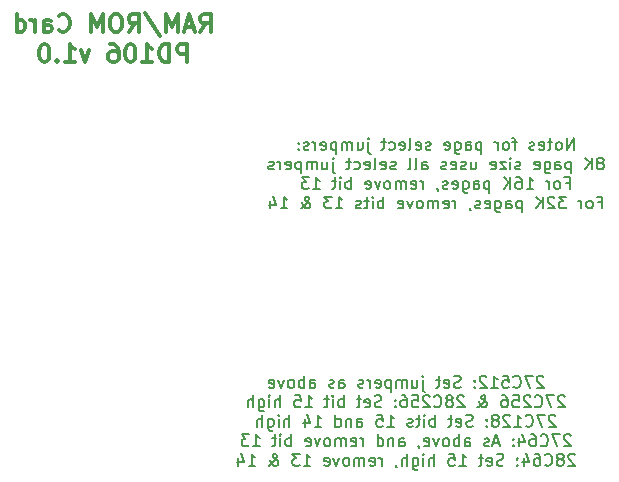
<source format=gbr>
%TF.GenerationSoftware,KiCad,Pcbnew,(5.1.9)-1*%
%TF.CreationDate,2021-01-24T02:40:07-08:00*%
%TF.ProjectId,rc-ramrom,72632d72-616d-4726-9f6d-2e6b69636164,rev?*%
%TF.SameCoordinates,PX9157080PY9071968*%
%TF.FileFunction,Legend,Bot*%
%TF.FilePolarity,Positive*%
%FSLAX46Y46*%
G04 Gerber Fmt 4.6, Leading zero omitted, Abs format (unit mm)*
G04 Created by KiCad (PCBNEW (5.1.9)-1) date 2021-01-24 02:40:07*
%MOMM*%
%LPD*%
G01*
G04 APERTURE LIST*
%ADD10C,0.300000*%
%ADD11C,0.150000*%
G04 APERTURE END LIST*
D10*
X54982142Y47281629D02*
X55482142Y47995915D01*
X55839285Y47281629D02*
X55839285Y48781629D01*
X55267857Y48781629D01*
X55125000Y48710200D01*
X55053571Y48638772D01*
X54982142Y48495915D01*
X54982142Y48281629D01*
X55053571Y48138772D01*
X55125000Y48067343D01*
X55267857Y47995915D01*
X55839285Y47995915D01*
X54410714Y47710200D02*
X53696428Y47710200D01*
X54553571Y47281629D02*
X54053571Y48781629D01*
X53553571Y47281629D01*
X53053571Y47281629D02*
X53053571Y48781629D01*
X52553571Y47710200D01*
X52053571Y48781629D01*
X52053571Y47281629D01*
X50267857Y48853058D02*
X51553571Y46924486D01*
X48910714Y47281629D02*
X49410714Y47995915D01*
X49767857Y47281629D02*
X49767857Y48781629D01*
X49196428Y48781629D01*
X49053571Y48710200D01*
X48982142Y48638772D01*
X48910714Y48495915D01*
X48910714Y48281629D01*
X48982142Y48138772D01*
X49053571Y48067343D01*
X49196428Y47995915D01*
X49767857Y47995915D01*
X47982142Y48781629D02*
X47696428Y48781629D01*
X47553571Y48710200D01*
X47410714Y48567343D01*
X47339285Y48281629D01*
X47339285Y47781629D01*
X47410714Y47495915D01*
X47553571Y47353058D01*
X47696428Y47281629D01*
X47982142Y47281629D01*
X48125000Y47353058D01*
X48267857Y47495915D01*
X48339285Y47781629D01*
X48339285Y48281629D01*
X48267857Y48567343D01*
X48125000Y48710200D01*
X47982142Y48781629D01*
X46696428Y47281629D02*
X46696428Y48781629D01*
X46196428Y47710200D01*
X45696428Y48781629D01*
X45696428Y47281629D01*
X42982142Y47424486D02*
X43053571Y47353058D01*
X43267857Y47281629D01*
X43410714Y47281629D01*
X43625000Y47353058D01*
X43767857Y47495915D01*
X43839285Y47638772D01*
X43910714Y47924486D01*
X43910714Y48138772D01*
X43839285Y48424486D01*
X43767857Y48567343D01*
X43625000Y48710200D01*
X43410714Y48781629D01*
X43267857Y48781629D01*
X43053571Y48710200D01*
X42982142Y48638772D01*
X41696428Y47281629D02*
X41696428Y48067343D01*
X41767857Y48210200D01*
X41910714Y48281629D01*
X42196428Y48281629D01*
X42339285Y48210200D01*
X41696428Y47353058D02*
X41839285Y47281629D01*
X42196428Y47281629D01*
X42339285Y47353058D01*
X42410714Y47495915D01*
X42410714Y47638772D01*
X42339285Y47781629D01*
X42196428Y47853058D01*
X41839285Y47853058D01*
X41696428Y47924486D01*
X40982142Y47281629D02*
X40982142Y48281629D01*
X40982142Y47995915D02*
X40910714Y48138772D01*
X40839285Y48210200D01*
X40696428Y48281629D01*
X40553571Y48281629D01*
X39410714Y47281629D02*
X39410714Y48781629D01*
X39410714Y47353058D02*
X39553571Y47281629D01*
X39839285Y47281629D01*
X39982142Y47353058D01*
X40053571Y47424486D01*
X40125000Y47567343D01*
X40125000Y47995915D01*
X40053571Y48138772D01*
X39982142Y48210200D01*
X39839285Y48281629D01*
X39553571Y48281629D01*
X39410714Y48210200D01*
X53839285Y44731629D02*
X53839285Y46231629D01*
X53267857Y46231629D01*
X53125000Y46160200D01*
X53053571Y46088772D01*
X52982142Y45945915D01*
X52982142Y45731629D01*
X53053571Y45588772D01*
X53125000Y45517343D01*
X53267857Y45445915D01*
X53839285Y45445915D01*
X52339285Y44731629D02*
X52339285Y46231629D01*
X51982142Y46231629D01*
X51767857Y46160200D01*
X51625000Y46017343D01*
X51553571Y45874486D01*
X51482142Y45588772D01*
X51482142Y45374486D01*
X51553571Y45088772D01*
X51625000Y44945915D01*
X51767857Y44803058D01*
X51982142Y44731629D01*
X52339285Y44731629D01*
X50053571Y44731629D02*
X50910714Y44731629D01*
X50482142Y44731629D02*
X50482142Y46231629D01*
X50625000Y46017343D01*
X50767857Y45874486D01*
X50910714Y45803058D01*
X49125000Y46231629D02*
X48982142Y46231629D01*
X48839285Y46160200D01*
X48767857Y46088772D01*
X48696428Y45945915D01*
X48625000Y45660200D01*
X48625000Y45303058D01*
X48696428Y45017343D01*
X48767857Y44874486D01*
X48839285Y44803058D01*
X48982142Y44731629D01*
X49125000Y44731629D01*
X49267857Y44803058D01*
X49339285Y44874486D01*
X49410714Y45017343D01*
X49482142Y45303058D01*
X49482142Y45660200D01*
X49410714Y45945915D01*
X49339285Y46088772D01*
X49267857Y46160200D01*
X49125000Y46231629D01*
X47339285Y46231629D02*
X47625000Y46231629D01*
X47767857Y46160200D01*
X47839285Y46088772D01*
X47982142Y45874486D01*
X48053571Y45588772D01*
X48053571Y45017343D01*
X47982142Y44874486D01*
X47910714Y44803058D01*
X47767857Y44731629D01*
X47482142Y44731629D01*
X47339285Y44803058D01*
X47267857Y44874486D01*
X47196428Y45017343D01*
X47196428Y45374486D01*
X47267857Y45517343D01*
X47339285Y45588772D01*
X47482142Y45660200D01*
X47767857Y45660200D01*
X47910714Y45588772D01*
X47982142Y45517343D01*
X48053571Y45374486D01*
X45553571Y45731629D02*
X45196428Y44731629D01*
X44839285Y45731629D01*
X43482142Y44731629D02*
X44339285Y44731629D01*
X43910714Y44731629D02*
X43910714Y46231629D01*
X44053571Y46017343D01*
X44196428Y45874486D01*
X44339285Y45803058D01*
X42839285Y44874486D02*
X42767857Y44803058D01*
X42839285Y44731629D01*
X42910714Y44803058D01*
X42839285Y44874486D01*
X42839285Y44731629D01*
X41839285Y46231629D02*
X41696428Y46231629D01*
X41553571Y46160200D01*
X41482142Y46088772D01*
X41410714Y45945915D01*
X41339285Y45660200D01*
X41339285Y45303058D01*
X41410714Y45017343D01*
X41482142Y44874486D01*
X41553571Y44803058D01*
X41696428Y44731629D01*
X41839285Y44731629D01*
X41982142Y44803058D01*
X42053571Y44874486D01*
X42125000Y45017343D01*
X42196428Y45303058D01*
X42196428Y45660200D01*
X42125000Y45945915D01*
X42053571Y46088772D01*
X41982142Y46160200D01*
X41839285Y46231629D01*
D11*
X84009047Y18052581D02*
X83961428Y18100200D01*
X83866190Y18147820D01*
X83628095Y18147820D01*
X83532857Y18100200D01*
X83485238Y18052581D01*
X83437619Y17957343D01*
X83437619Y17862105D01*
X83485238Y17719248D01*
X84056666Y17147820D01*
X83437619Y17147820D01*
X83104285Y18147820D02*
X82437619Y18147820D01*
X82866190Y17147820D01*
X81485238Y17243058D02*
X81532857Y17195439D01*
X81675714Y17147820D01*
X81770952Y17147820D01*
X81913809Y17195439D01*
X82009047Y17290677D01*
X82056666Y17385915D01*
X82104285Y17576391D01*
X82104285Y17719248D01*
X82056666Y17909724D01*
X82009047Y18004962D01*
X81913809Y18100200D01*
X81770952Y18147820D01*
X81675714Y18147820D01*
X81532857Y18100200D01*
X81485238Y18052581D01*
X80580476Y18147820D02*
X81056666Y18147820D01*
X81104285Y17671629D01*
X81056666Y17719248D01*
X80961428Y17766867D01*
X80723333Y17766867D01*
X80628095Y17719248D01*
X80580476Y17671629D01*
X80532857Y17576391D01*
X80532857Y17338296D01*
X80580476Y17243058D01*
X80628095Y17195439D01*
X80723333Y17147820D01*
X80961428Y17147820D01*
X81056666Y17195439D01*
X81104285Y17243058D01*
X79580476Y17147820D02*
X80151904Y17147820D01*
X79866190Y17147820D02*
X79866190Y18147820D01*
X79961428Y18004962D01*
X80056666Y17909724D01*
X80151904Y17862105D01*
X79199523Y18052581D02*
X79151904Y18100200D01*
X79056666Y18147820D01*
X78818571Y18147820D01*
X78723333Y18100200D01*
X78675714Y18052581D01*
X78628095Y17957343D01*
X78628095Y17862105D01*
X78675714Y17719248D01*
X79247142Y17147820D01*
X78628095Y17147820D01*
X78199523Y17243058D02*
X78151904Y17195439D01*
X78199523Y17147820D01*
X78247142Y17195439D01*
X78199523Y17243058D01*
X78199523Y17147820D01*
X78199523Y17766867D02*
X78151904Y17719248D01*
X78199523Y17671629D01*
X78247142Y17719248D01*
X78199523Y17766867D01*
X78199523Y17671629D01*
X77009047Y17195439D02*
X76866190Y17147820D01*
X76628095Y17147820D01*
X76532857Y17195439D01*
X76485238Y17243058D01*
X76437619Y17338296D01*
X76437619Y17433534D01*
X76485238Y17528772D01*
X76532857Y17576391D01*
X76628095Y17624010D01*
X76818571Y17671629D01*
X76913809Y17719248D01*
X76961428Y17766867D01*
X77009047Y17862105D01*
X77009047Y17957343D01*
X76961428Y18052581D01*
X76913809Y18100200D01*
X76818571Y18147820D01*
X76580476Y18147820D01*
X76437619Y18100200D01*
X75628095Y17195439D02*
X75723333Y17147820D01*
X75913809Y17147820D01*
X76009047Y17195439D01*
X76056666Y17290677D01*
X76056666Y17671629D01*
X76009047Y17766867D01*
X75913809Y17814486D01*
X75723333Y17814486D01*
X75628095Y17766867D01*
X75580476Y17671629D01*
X75580476Y17576391D01*
X76056666Y17481153D01*
X75294761Y17814486D02*
X74913809Y17814486D01*
X75151904Y18147820D02*
X75151904Y17290677D01*
X75104285Y17195439D01*
X75009047Y17147820D01*
X74913809Y17147820D01*
X73818571Y17814486D02*
X73818571Y16957343D01*
X73866190Y16862105D01*
X73961428Y16814486D01*
X74009047Y16814486D01*
X73818571Y18147820D02*
X73866190Y18100200D01*
X73818571Y18052581D01*
X73770952Y18100200D01*
X73818571Y18147820D01*
X73818571Y18052581D01*
X72913809Y17814486D02*
X72913809Y17147820D01*
X73342380Y17814486D02*
X73342380Y17290677D01*
X73294761Y17195439D01*
X73199523Y17147820D01*
X73056666Y17147820D01*
X72961428Y17195439D01*
X72913809Y17243058D01*
X72437619Y17147820D02*
X72437619Y17814486D01*
X72437619Y17719248D02*
X72390000Y17766867D01*
X72294761Y17814486D01*
X72151904Y17814486D01*
X72056666Y17766867D01*
X72009047Y17671629D01*
X72009047Y17147820D01*
X72009047Y17671629D02*
X71961428Y17766867D01*
X71866190Y17814486D01*
X71723333Y17814486D01*
X71628095Y17766867D01*
X71580476Y17671629D01*
X71580476Y17147820D01*
X71104285Y17814486D02*
X71104285Y16814486D01*
X71104285Y17766867D02*
X71009047Y17814486D01*
X70818571Y17814486D01*
X70723333Y17766867D01*
X70675714Y17719248D01*
X70628095Y17624010D01*
X70628095Y17338296D01*
X70675714Y17243058D01*
X70723333Y17195439D01*
X70818571Y17147820D01*
X71009047Y17147820D01*
X71104285Y17195439D01*
X69818571Y17195439D02*
X69913809Y17147820D01*
X70104285Y17147820D01*
X70199523Y17195439D01*
X70247142Y17290677D01*
X70247142Y17671629D01*
X70199523Y17766867D01*
X70104285Y17814486D01*
X69913809Y17814486D01*
X69818571Y17766867D01*
X69770952Y17671629D01*
X69770952Y17576391D01*
X70247142Y17481153D01*
X69342380Y17147820D02*
X69342380Y17814486D01*
X69342380Y17624010D02*
X69294761Y17719248D01*
X69247142Y17766867D01*
X69151904Y17814486D01*
X69056666Y17814486D01*
X68770952Y17195439D02*
X68675714Y17147820D01*
X68485238Y17147820D01*
X68390000Y17195439D01*
X68342380Y17290677D01*
X68342380Y17338296D01*
X68390000Y17433534D01*
X68485238Y17481153D01*
X68628095Y17481153D01*
X68723333Y17528772D01*
X68770952Y17624010D01*
X68770952Y17671629D01*
X68723333Y17766867D01*
X68628095Y17814486D01*
X68485238Y17814486D01*
X68390000Y17766867D01*
X66723333Y17147820D02*
X66723333Y17671629D01*
X66770952Y17766867D01*
X66866190Y17814486D01*
X67056666Y17814486D01*
X67151904Y17766867D01*
X66723333Y17195439D02*
X66818571Y17147820D01*
X67056666Y17147820D01*
X67151904Y17195439D01*
X67199523Y17290677D01*
X67199523Y17385915D01*
X67151904Y17481153D01*
X67056666Y17528772D01*
X66818571Y17528772D01*
X66723333Y17576391D01*
X66294761Y17195439D02*
X66199523Y17147820D01*
X66009047Y17147820D01*
X65913809Y17195439D01*
X65866190Y17290677D01*
X65866190Y17338296D01*
X65913809Y17433534D01*
X66009047Y17481153D01*
X66151904Y17481153D01*
X66247142Y17528772D01*
X66294761Y17624010D01*
X66294761Y17671629D01*
X66247142Y17766867D01*
X66151904Y17814486D01*
X66009047Y17814486D01*
X65913809Y17766867D01*
X64247142Y17147820D02*
X64247142Y17671629D01*
X64294761Y17766867D01*
X64390000Y17814486D01*
X64580476Y17814486D01*
X64675714Y17766867D01*
X64247142Y17195439D02*
X64342380Y17147820D01*
X64580476Y17147820D01*
X64675714Y17195439D01*
X64723333Y17290677D01*
X64723333Y17385915D01*
X64675714Y17481153D01*
X64580476Y17528772D01*
X64342380Y17528772D01*
X64247142Y17576391D01*
X63770952Y17147820D02*
X63770952Y18147820D01*
X63770952Y17766867D02*
X63675714Y17814486D01*
X63485238Y17814486D01*
X63390000Y17766867D01*
X63342380Y17719248D01*
X63294761Y17624010D01*
X63294761Y17338296D01*
X63342380Y17243058D01*
X63390000Y17195439D01*
X63485238Y17147820D01*
X63675714Y17147820D01*
X63770952Y17195439D01*
X62723333Y17147820D02*
X62818571Y17195439D01*
X62866190Y17243058D01*
X62913809Y17338296D01*
X62913809Y17624010D01*
X62866190Y17719248D01*
X62818571Y17766867D01*
X62723333Y17814486D01*
X62580476Y17814486D01*
X62485238Y17766867D01*
X62437619Y17719248D01*
X62390000Y17624010D01*
X62390000Y17338296D01*
X62437619Y17243058D01*
X62485238Y17195439D01*
X62580476Y17147820D01*
X62723333Y17147820D01*
X62056666Y17814486D02*
X61818571Y17147820D01*
X61580476Y17814486D01*
X60818571Y17195439D02*
X60913809Y17147820D01*
X61104285Y17147820D01*
X61199523Y17195439D01*
X61247142Y17290677D01*
X61247142Y17671629D01*
X61199523Y17766867D01*
X61104285Y17814486D01*
X60913809Y17814486D01*
X60818571Y17766867D01*
X60770952Y17671629D01*
X60770952Y17576391D01*
X61247142Y17481153D01*
X85818571Y16402581D02*
X85770952Y16450200D01*
X85675714Y16497820D01*
X85437619Y16497820D01*
X85342380Y16450200D01*
X85294761Y16402581D01*
X85247142Y16307343D01*
X85247142Y16212105D01*
X85294761Y16069248D01*
X85866190Y15497820D01*
X85247142Y15497820D01*
X84913809Y16497820D02*
X84247142Y16497820D01*
X84675714Y15497820D01*
X83294761Y15593058D02*
X83342380Y15545439D01*
X83485238Y15497820D01*
X83580476Y15497820D01*
X83723333Y15545439D01*
X83818571Y15640677D01*
X83866190Y15735915D01*
X83913809Y15926391D01*
X83913809Y16069248D01*
X83866190Y16259724D01*
X83818571Y16354962D01*
X83723333Y16450200D01*
X83580476Y16497820D01*
X83485238Y16497820D01*
X83342380Y16450200D01*
X83294761Y16402581D01*
X82913809Y16402581D02*
X82866190Y16450200D01*
X82770952Y16497820D01*
X82532857Y16497820D01*
X82437619Y16450200D01*
X82390000Y16402581D01*
X82342380Y16307343D01*
X82342380Y16212105D01*
X82390000Y16069248D01*
X82961428Y15497820D01*
X82342380Y15497820D01*
X81437619Y16497820D02*
X81913809Y16497820D01*
X81961428Y16021629D01*
X81913809Y16069248D01*
X81818571Y16116867D01*
X81580476Y16116867D01*
X81485238Y16069248D01*
X81437619Y16021629D01*
X81390000Y15926391D01*
X81390000Y15688296D01*
X81437619Y15593058D01*
X81485238Y15545439D01*
X81580476Y15497820D01*
X81818571Y15497820D01*
X81913809Y15545439D01*
X81961428Y15593058D01*
X80532857Y16497820D02*
X80723333Y16497820D01*
X80818571Y16450200D01*
X80866190Y16402581D01*
X80961428Y16259724D01*
X81009047Y16069248D01*
X81009047Y15688296D01*
X80961428Y15593058D01*
X80913809Y15545439D01*
X80818571Y15497820D01*
X80628095Y15497820D01*
X80532857Y15545439D01*
X80485238Y15593058D01*
X80437619Y15688296D01*
X80437619Y15926391D01*
X80485238Y16021629D01*
X80532857Y16069248D01*
X80628095Y16116867D01*
X80818571Y16116867D01*
X80913809Y16069248D01*
X80961428Y16021629D01*
X81009047Y15926391D01*
X78437619Y15497820D02*
X78485238Y15497820D01*
X78580476Y15545439D01*
X78723333Y15688296D01*
X78961428Y15974010D01*
X79056666Y16116867D01*
X79104285Y16259724D01*
X79104285Y16354962D01*
X79056666Y16450200D01*
X78961428Y16497820D01*
X78913809Y16497820D01*
X78818571Y16450200D01*
X78770952Y16354962D01*
X78770952Y16307343D01*
X78818571Y16212105D01*
X78866190Y16164486D01*
X79151904Y15974010D01*
X79199523Y15926391D01*
X79247142Y15831153D01*
X79247142Y15688296D01*
X79199523Y15593058D01*
X79151904Y15545439D01*
X79056666Y15497820D01*
X78913809Y15497820D01*
X78818571Y15545439D01*
X78770952Y15593058D01*
X78628095Y15783534D01*
X78580476Y15926391D01*
X78580476Y16021629D01*
X77294761Y16402581D02*
X77247142Y16450200D01*
X77151904Y16497820D01*
X76913809Y16497820D01*
X76818571Y16450200D01*
X76770952Y16402581D01*
X76723333Y16307343D01*
X76723333Y16212105D01*
X76770952Y16069248D01*
X77342380Y15497820D01*
X76723333Y15497820D01*
X76151904Y16069248D02*
X76247142Y16116867D01*
X76294761Y16164486D01*
X76342380Y16259724D01*
X76342380Y16307343D01*
X76294761Y16402581D01*
X76247142Y16450200D01*
X76151904Y16497820D01*
X75961428Y16497820D01*
X75866190Y16450200D01*
X75818571Y16402581D01*
X75770952Y16307343D01*
X75770952Y16259724D01*
X75818571Y16164486D01*
X75866190Y16116867D01*
X75961428Y16069248D01*
X76151904Y16069248D01*
X76247142Y16021629D01*
X76294761Y15974010D01*
X76342380Y15878772D01*
X76342380Y15688296D01*
X76294761Y15593058D01*
X76247142Y15545439D01*
X76151904Y15497820D01*
X75961428Y15497820D01*
X75866190Y15545439D01*
X75818571Y15593058D01*
X75770952Y15688296D01*
X75770952Y15878772D01*
X75818571Y15974010D01*
X75866190Y16021629D01*
X75961428Y16069248D01*
X74770952Y15593058D02*
X74818571Y15545439D01*
X74961428Y15497820D01*
X75056666Y15497820D01*
X75199523Y15545439D01*
X75294761Y15640677D01*
X75342380Y15735915D01*
X75390000Y15926391D01*
X75390000Y16069248D01*
X75342380Y16259724D01*
X75294761Y16354962D01*
X75199523Y16450200D01*
X75056666Y16497820D01*
X74961428Y16497820D01*
X74818571Y16450200D01*
X74770952Y16402581D01*
X74390000Y16402581D02*
X74342380Y16450200D01*
X74247142Y16497820D01*
X74009047Y16497820D01*
X73913809Y16450200D01*
X73866190Y16402581D01*
X73818571Y16307343D01*
X73818571Y16212105D01*
X73866190Y16069248D01*
X74437619Y15497820D01*
X73818571Y15497820D01*
X72913809Y16497820D02*
X73390000Y16497820D01*
X73437619Y16021629D01*
X73390000Y16069248D01*
X73294761Y16116867D01*
X73056666Y16116867D01*
X72961428Y16069248D01*
X72913809Y16021629D01*
X72866190Y15926391D01*
X72866190Y15688296D01*
X72913809Y15593058D01*
X72961428Y15545439D01*
X73056666Y15497820D01*
X73294761Y15497820D01*
X73390000Y15545439D01*
X73437619Y15593058D01*
X72009047Y16497820D02*
X72199523Y16497820D01*
X72294761Y16450200D01*
X72342380Y16402581D01*
X72437619Y16259724D01*
X72485238Y16069248D01*
X72485238Y15688296D01*
X72437619Y15593058D01*
X72390000Y15545439D01*
X72294761Y15497820D01*
X72104285Y15497820D01*
X72009047Y15545439D01*
X71961428Y15593058D01*
X71913809Y15688296D01*
X71913809Y15926391D01*
X71961428Y16021629D01*
X72009047Y16069248D01*
X72104285Y16116867D01*
X72294761Y16116867D01*
X72390000Y16069248D01*
X72437619Y16021629D01*
X72485238Y15926391D01*
X71485238Y15593058D02*
X71437619Y15545439D01*
X71485238Y15497820D01*
X71532857Y15545439D01*
X71485238Y15593058D01*
X71485238Y15497820D01*
X71485238Y16116867D02*
X71437619Y16069248D01*
X71485238Y16021629D01*
X71532857Y16069248D01*
X71485238Y16116867D01*
X71485238Y16021629D01*
X70294761Y15545439D02*
X70151904Y15497820D01*
X69913809Y15497820D01*
X69818571Y15545439D01*
X69770952Y15593058D01*
X69723333Y15688296D01*
X69723333Y15783534D01*
X69770952Y15878772D01*
X69818571Y15926391D01*
X69913809Y15974010D01*
X70104285Y16021629D01*
X70199523Y16069248D01*
X70247142Y16116867D01*
X70294761Y16212105D01*
X70294761Y16307343D01*
X70247142Y16402581D01*
X70199523Y16450200D01*
X70104285Y16497820D01*
X69866190Y16497820D01*
X69723333Y16450200D01*
X68913809Y15545439D02*
X69009047Y15497820D01*
X69199523Y15497820D01*
X69294761Y15545439D01*
X69342380Y15640677D01*
X69342380Y16021629D01*
X69294761Y16116867D01*
X69199523Y16164486D01*
X69009047Y16164486D01*
X68913809Y16116867D01*
X68866190Y16021629D01*
X68866190Y15926391D01*
X69342380Y15831153D01*
X68580476Y16164486D02*
X68199523Y16164486D01*
X68437619Y16497820D02*
X68437619Y15640677D01*
X68390000Y15545439D01*
X68294761Y15497820D01*
X68199523Y15497820D01*
X67104285Y15497820D02*
X67104285Y16497820D01*
X67104285Y16116867D02*
X67009047Y16164486D01*
X66818571Y16164486D01*
X66723333Y16116867D01*
X66675714Y16069248D01*
X66628095Y15974010D01*
X66628095Y15688296D01*
X66675714Y15593058D01*
X66723333Y15545439D01*
X66818571Y15497820D01*
X67009047Y15497820D01*
X67104285Y15545439D01*
X66199523Y15497820D02*
X66199523Y16164486D01*
X66199523Y16497820D02*
X66247142Y16450200D01*
X66199523Y16402581D01*
X66151904Y16450200D01*
X66199523Y16497820D01*
X66199523Y16402581D01*
X65866190Y16164486D02*
X65485238Y16164486D01*
X65723333Y16497820D02*
X65723333Y15640677D01*
X65675714Y15545439D01*
X65580476Y15497820D01*
X65485238Y15497820D01*
X63866190Y15497820D02*
X64437619Y15497820D01*
X64151904Y15497820D02*
X64151904Y16497820D01*
X64247142Y16354962D01*
X64342380Y16259724D01*
X64437619Y16212105D01*
X62961428Y16497820D02*
X63437619Y16497820D01*
X63485238Y16021629D01*
X63437619Y16069248D01*
X63342380Y16116867D01*
X63104285Y16116867D01*
X63009047Y16069248D01*
X62961428Y16021629D01*
X62913809Y15926391D01*
X62913809Y15688296D01*
X62961428Y15593058D01*
X63009047Y15545439D01*
X63104285Y15497820D01*
X63342380Y15497820D01*
X63437619Y15545439D01*
X63485238Y15593058D01*
X61723333Y15497820D02*
X61723333Y16497820D01*
X61294761Y15497820D02*
X61294761Y16021629D01*
X61342380Y16116867D01*
X61437619Y16164486D01*
X61580476Y16164486D01*
X61675714Y16116867D01*
X61723333Y16069248D01*
X60818571Y15497820D02*
X60818571Y16164486D01*
X60818571Y16497820D02*
X60866190Y16450200D01*
X60818571Y16402581D01*
X60770952Y16450200D01*
X60818571Y16497820D01*
X60818571Y16402581D01*
X59913809Y16164486D02*
X59913809Y15354962D01*
X59961428Y15259724D01*
X60009047Y15212105D01*
X60104285Y15164486D01*
X60247142Y15164486D01*
X60342380Y15212105D01*
X59913809Y15545439D02*
X60009047Y15497820D01*
X60199523Y15497820D01*
X60294761Y15545439D01*
X60342380Y15593058D01*
X60390000Y15688296D01*
X60390000Y15974010D01*
X60342380Y16069248D01*
X60294761Y16116867D01*
X60199523Y16164486D01*
X60009047Y16164486D01*
X59913809Y16116867D01*
X59437619Y15497820D02*
X59437619Y16497820D01*
X59009047Y15497820D02*
X59009047Y16021629D01*
X59056666Y16116867D01*
X59151904Y16164486D01*
X59294761Y16164486D01*
X59390000Y16116867D01*
X59437619Y16069248D01*
X85032857Y14752581D02*
X84985238Y14800200D01*
X84890000Y14847820D01*
X84651904Y14847820D01*
X84556666Y14800200D01*
X84509047Y14752581D01*
X84461428Y14657343D01*
X84461428Y14562105D01*
X84509047Y14419248D01*
X85080476Y13847820D01*
X84461428Y13847820D01*
X84128095Y14847820D02*
X83461428Y14847820D01*
X83890000Y13847820D01*
X82509047Y13943058D02*
X82556666Y13895439D01*
X82699523Y13847820D01*
X82794761Y13847820D01*
X82937619Y13895439D01*
X83032857Y13990677D01*
X83080476Y14085915D01*
X83128095Y14276391D01*
X83128095Y14419248D01*
X83080476Y14609724D01*
X83032857Y14704962D01*
X82937619Y14800200D01*
X82794761Y14847820D01*
X82699523Y14847820D01*
X82556666Y14800200D01*
X82509047Y14752581D01*
X81556666Y13847820D02*
X82128095Y13847820D01*
X81842380Y13847820D02*
X81842380Y14847820D01*
X81937619Y14704962D01*
X82032857Y14609724D01*
X82128095Y14562105D01*
X81175714Y14752581D02*
X81128095Y14800200D01*
X81032857Y14847820D01*
X80794761Y14847820D01*
X80699523Y14800200D01*
X80651904Y14752581D01*
X80604285Y14657343D01*
X80604285Y14562105D01*
X80651904Y14419248D01*
X81223333Y13847820D01*
X80604285Y13847820D01*
X80032857Y14419248D02*
X80128095Y14466867D01*
X80175714Y14514486D01*
X80223333Y14609724D01*
X80223333Y14657343D01*
X80175714Y14752581D01*
X80128095Y14800200D01*
X80032857Y14847820D01*
X79842380Y14847820D01*
X79747142Y14800200D01*
X79699523Y14752581D01*
X79651904Y14657343D01*
X79651904Y14609724D01*
X79699523Y14514486D01*
X79747142Y14466867D01*
X79842380Y14419248D01*
X80032857Y14419248D01*
X80128095Y14371629D01*
X80175714Y14324010D01*
X80223333Y14228772D01*
X80223333Y14038296D01*
X80175714Y13943058D01*
X80128095Y13895439D01*
X80032857Y13847820D01*
X79842380Y13847820D01*
X79747142Y13895439D01*
X79699523Y13943058D01*
X79651904Y14038296D01*
X79651904Y14228772D01*
X79699523Y14324010D01*
X79747142Y14371629D01*
X79842380Y14419248D01*
X79223333Y13943058D02*
X79175714Y13895439D01*
X79223333Y13847820D01*
X79270952Y13895439D01*
X79223333Y13943058D01*
X79223333Y13847820D01*
X79223333Y14466867D02*
X79175714Y14419248D01*
X79223333Y14371629D01*
X79270952Y14419248D01*
X79223333Y14466867D01*
X79223333Y14371629D01*
X78032857Y13895439D02*
X77890000Y13847820D01*
X77651904Y13847820D01*
X77556666Y13895439D01*
X77509047Y13943058D01*
X77461428Y14038296D01*
X77461428Y14133534D01*
X77509047Y14228772D01*
X77556666Y14276391D01*
X77651904Y14324010D01*
X77842380Y14371629D01*
X77937619Y14419248D01*
X77985238Y14466867D01*
X78032857Y14562105D01*
X78032857Y14657343D01*
X77985238Y14752581D01*
X77937619Y14800200D01*
X77842380Y14847820D01*
X77604285Y14847820D01*
X77461428Y14800200D01*
X76651904Y13895439D02*
X76747142Y13847820D01*
X76937619Y13847820D01*
X77032857Y13895439D01*
X77080476Y13990677D01*
X77080476Y14371629D01*
X77032857Y14466867D01*
X76937619Y14514486D01*
X76747142Y14514486D01*
X76651904Y14466867D01*
X76604285Y14371629D01*
X76604285Y14276391D01*
X77080476Y14181153D01*
X76318571Y14514486D02*
X75937619Y14514486D01*
X76175714Y14847820D02*
X76175714Y13990677D01*
X76128095Y13895439D01*
X76032857Y13847820D01*
X75937619Y13847820D01*
X74842380Y13847820D02*
X74842380Y14847820D01*
X74842380Y14466867D02*
X74747142Y14514486D01*
X74556666Y14514486D01*
X74461428Y14466867D01*
X74413809Y14419248D01*
X74366190Y14324010D01*
X74366190Y14038296D01*
X74413809Y13943058D01*
X74461428Y13895439D01*
X74556666Y13847820D01*
X74747142Y13847820D01*
X74842380Y13895439D01*
X73937619Y13847820D02*
X73937619Y14514486D01*
X73937619Y14847820D02*
X73985238Y14800200D01*
X73937619Y14752581D01*
X73890000Y14800200D01*
X73937619Y14847820D01*
X73937619Y14752581D01*
X73604285Y14514486D02*
X73223333Y14514486D01*
X73461428Y14847820D02*
X73461428Y13990677D01*
X73413809Y13895439D01*
X73318571Y13847820D01*
X73223333Y13847820D01*
X72937619Y13895439D02*
X72842380Y13847820D01*
X72651904Y13847820D01*
X72556666Y13895439D01*
X72509047Y13990677D01*
X72509047Y14038296D01*
X72556666Y14133534D01*
X72651904Y14181153D01*
X72794761Y14181153D01*
X72890000Y14228772D01*
X72937619Y14324010D01*
X72937619Y14371629D01*
X72890000Y14466867D01*
X72794761Y14514486D01*
X72651904Y14514486D01*
X72556666Y14466867D01*
X70794761Y13847820D02*
X71366190Y13847820D01*
X71080476Y13847820D02*
X71080476Y14847820D01*
X71175714Y14704962D01*
X71270952Y14609724D01*
X71366190Y14562105D01*
X69890000Y14847820D02*
X70366190Y14847820D01*
X70413809Y14371629D01*
X70366190Y14419248D01*
X70270952Y14466867D01*
X70032857Y14466867D01*
X69937619Y14419248D01*
X69890000Y14371629D01*
X69842380Y14276391D01*
X69842380Y14038296D01*
X69890000Y13943058D01*
X69937619Y13895439D01*
X70032857Y13847820D01*
X70270952Y13847820D01*
X70366190Y13895439D01*
X70413809Y13943058D01*
X68223333Y13847820D02*
X68223333Y14371629D01*
X68270952Y14466867D01*
X68366190Y14514486D01*
X68556666Y14514486D01*
X68651904Y14466867D01*
X68223333Y13895439D02*
X68318571Y13847820D01*
X68556666Y13847820D01*
X68651904Y13895439D01*
X68699523Y13990677D01*
X68699523Y14085915D01*
X68651904Y14181153D01*
X68556666Y14228772D01*
X68318571Y14228772D01*
X68223333Y14276391D01*
X67747142Y14514486D02*
X67747142Y13847820D01*
X67747142Y14419248D02*
X67699523Y14466867D01*
X67604285Y14514486D01*
X67461428Y14514486D01*
X67366190Y14466867D01*
X67318571Y14371629D01*
X67318571Y13847820D01*
X66413809Y13847820D02*
X66413809Y14847820D01*
X66413809Y13895439D02*
X66509047Y13847820D01*
X66699523Y13847820D01*
X66794761Y13895439D01*
X66842380Y13943058D01*
X66890000Y14038296D01*
X66890000Y14324010D01*
X66842380Y14419248D01*
X66794761Y14466867D01*
X66699523Y14514486D01*
X66509047Y14514486D01*
X66413809Y14466867D01*
X64651904Y13847820D02*
X65223333Y13847820D01*
X64937619Y13847820D02*
X64937619Y14847820D01*
X65032857Y14704962D01*
X65128095Y14609724D01*
X65223333Y14562105D01*
X63794761Y14514486D02*
X63794761Y13847820D01*
X64032857Y14895439D02*
X64270952Y14181153D01*
X63651904Y14181153D01*
X62509047Y13847820D02*
X62509047Y14847820D01*
X62080476Y13847820D02*
X62080476Y14371629D01*
X62128095Y14466867D01*
X62223333Y14514486D01*
X62366190Y14514486D01*
X62461428Y14466867D01*
X62509047Y14419248D01*
X61604285Y13847820D02*
X61604285Y14514486D01*
X61604285Y14847820D02*
X61651904Y14800200D01*
X61604285Y14752581D01*
X61556666Y14800200D01*
X61604285Y14847820D01*
X61604285Y14752581D01*
X60699523Y14514486D02*
X60699523Y13704962D01*
X60747142Y13609724D01*
X60794761Y13562105D01*
X60890000Y13514486D01*
X61032857Y13514486D01*
X61128095Y13562105D01*
X60699523Y13895439D02*
X60794761Y13847820D01*
X60985238Y13847820D01*
X61080476Y13895439D01*
X61128095Y13943058D01*
X61175714Y14038296D01*
X61175714Y14324010D01*
X61128095Y14419248D01*
X61080476Y14466867D01*
X60985238Y14514486D01*
X60794761Y14514486D01*
X60699523Y14466867D01*
X60223333Y13847820D02*
X60223333Y14847820D01*
X59794761Y13847820D02*
X59794761Y14371629D01*
X59842380Y14466867D01*
X59937619Y14514486D01*
X60080476Y14514486D01*
X60175714Y14466867D01*
X60223333Y14419248D01*
X86318571Y13102581D02*
X86270952Y13150200D01*
X86175714Y13197820D01*
X85937619Y13197820D01*
X85842380Y13150200D01*
X85794761Y13102581D01*
X85747142Y13007343D01*
X85747142Y12912105D01*
X85794761Y12769248D01*
X86366190Y12197820D01*
X85747142Y12197820D01*
X85413809Y13197820D02*
X84747142Y13197820D01*
X85175714Y12197820D01*
X83794761Y12293058D02*
X83842380Y12245439D01*
X83985238Y12197820D01*
X84080476Y12197820D01*
X84223333Y12245439D01*
X84318571Y12340677D01*
X84366190Y12435915D01*
X84413809Y12626391D01*
X84413809Y12769248D01*
X84366190Y12959724D01*
X84318571Y13054962D01*
X84223333Y13150200D01*
X84080476Y13197820D01*
X83985238Y13197820D01*
X83842380Y13150200D01*
X83794761Y13102581D01*
X82937619Y13197820D02*
X83128095Y13197820D01*
X83223333Y13150200D01*
X83270952Y13102581D01*
X83366190Y12959724D01*
X83413809Y12769248D01*
X83413809Y12388296D01*
X83366190Y12293058D01*
X83318571Y12245439D01*
X83223333Y12197820D01*
X83032857Y12197820D01*
X82937619Y12245439D01*
X82890000Y12293058D01*
X82842380Y12388296D01*
X82842380Y12626391D01*
X82890000Y12721629D01*
X82937619Y12769248D01*
X83032857Y12816867D01*
X83223333Y12816867D01*
X83318571Y12769248D01*
X83366190Y12721629D01*
X83413809Y12626391D01*
X81985238Y12864486D02*
X81985238Y12197820D01*
X82223333Y13245439D02*
X82461428Y12531153D01*
X81842380Y12531153D01*
X81461428Y12293058D02*
X81413809Y12245439D01*
X81461428Y12197820D01*
X81509047Y12245439D01*
X81461428Y12293058D01*
X81461428Y12197820D01*
X81461428Y12816867D02*
X81413809Y12769248D01*
X81461428Y12721629D01*
X81509047Y12769248D01*
X81461428Y12816867D01*
X81461428Y12721629D01*
X80270952Y12483534D02*
X79794761Y12483534D01*
X80366190Y12197820D02*
X80032857Y13197820D01*
X79699523Y12197820D01*
X79413809Y12245439D02*
X79318571Y12197820D01*
X79128095Y12197820D01*
X79032857Y12245439D01*
X78985238Y12340677D01*
X78985238Y12388296D01*
X79032857Y12483534D01*
X79128095Y12531153D01*
X79270952Y12531153D01*
X79366190Y12578772D01*
X79413809Y12674010D01*
X79413809Y12721629D01*
X79366190Y12816867D01*
X79270952Y12864486D01*
X79128095Y12864486D01*
X79032857Y12816867D01*
X77366190Y12197820D02*
X77366190Y12721629D01*
X77413809Y12816867D01*
X77509047Y12864486D01*
X77699523Y12864486D01*
X77794761Y12816867D01*
X77366190Y12245439D02*
X77461428Y12197820D01*
X77699523Y12197820D01*
X77794761Y12245439D01*
X77842380Y12340677D01*
X77842380Y12435915D01*
X77794761Y12531153D01*
X77699523Y12578772D01*
X77461428Y12578772D01*
X77366190Y12626391D01*
X76890000Y12197820D02*
X76890000Y13197820D01*
X76890000Y12816867D02*
X76794761Y12864486D01*
X76604285Y12864486D01*
X76509047Y12816867D01*
X76461428Y12769248D01*
X76413809Y12674010D01*
X76413809Y12388296D01*
X76461428Y12293058D01*
X76509047Y12245439D01*
X76604285Y12197820D01*
X76794761Y12197820D01*
X76890000Y12245439D01*
X75842380Y12197820D02*
X75937619Y12245439D01*
X75985238Y12293058D01*
X76032857Y12388296D01*
X76032857Y12674010D01*
X75985238Y12769248D01*
X75937619Y12816867D01*
X75842380Y12864486D01*
X75699523Y12864486D01*
X75604285Y12816867D01*
X75556666Y12769248D01*
X75509047Y12674010D01*
X75509047Y12388296D01*
X75556666Y12293058D01*
X75604285Y12245439D01*
X75699523Y12197820D01*
X75842380Y12197820D01*
X75175714Y12864486D02*
X74937619Y12197820D01*
X74699523Y12864486D01*
X73937619Y12245439D02*
X74032857Y12197820D01*
X74223333Y12197820D01*
X74318571Y12245439D01*
X74366190Y12340677D01*
X74366190Y12721629D01*
X74318571Y12816867D01*
X74223333Y12864486D01*
X74032857Y12864486D01*
X73937619Y12816867D01*
X73890000Y12721629D01*
X73890000Y12626391D01*
X74366190Y12531153D01*
X73413809Y12245439D02*
X73413809Y12197820D01*
X73461428Y12102581D01*
X73509047Y12054962D01*
X71794761Y12197820D02*
X71794761Y12721629D01*
X71842380Y12816867D01*
X71937619Y12864486D01*
X72128095Y12864486D01*
X72223333Y12816867D01*
X71794761Y12245439D02*
X71890000Y12197820D01*
X72128095Y12197820D01*
X72223333Y12245439D01*
X72270952Y12340677D01*
X72270952Y12435915D01*
X72223333Y12531153D01*
X72128095Y12578772D01*
X71890000Y12578772D01*
X71794761Y12626391D01*
X71318571Y12864486D02*
X71318571Y12197820D01*
X71318571Y12769248D02*
X71270952Y12816867D01*
X71175714Y12864486D01*
X71032857Y12864486D01*
X70937619Y12816867D01*
X70890000Y12721629D01*
X70890000Y12197820D01*
X69985238Y12197820D02*
X69985238Y13197820D01*
X69985238Y12245439D02*
X70080476Y12197820D01*
X70270952Y12197820D01*
X70366190Y12245439D01*
X70413809Y12293058D01*
X70461428Y12388296D01*
X70461428Y12674010D01*
X70413809Y12769248D01*
X70366190Y12816867D01*
X70270952Y12864486D01*
X70080476Y12864486D01*
X69985238Y12816867D01*
X68747142Y12197820D02*
X68747142Y12864486D01*
X68747142Y12674010D02*
X68699523Y12769248D01*
X68651904Y12816867D01*
X68556666Y12864486D01*
X68461428Y12864486D01*
X67747142Y12245439D02*
X67842380Y12197820D01*
X68032857Y12197820D01*
X68128095Y12245439D01*
X68175714Y12340677D01*
X68175714Y12721629D01*
X68128095Y12816867D01*
X68032857Y12864486D01*
X67842380Y12864486D01*
X67747142Y12816867D01*
X67699523Y12721629D01*
X67699523Y12626391D01*
X68175714Y12531153D01*
X67270952Y12197820D02*
X67270952Y12864486D01*
X67270952Y12769248D02*
X67223333Y12816867D01*
X67128095Y12864486D01*
X66985238Y12864486D01*
X66890000Y12816867D01*
X66842380Y12721629D01*
X66842380Y12197820D01*
X66842380Y12721629D02*
X66794761Y12816867D01*
X66699523Y12864486D01*
X66556666Y12864486D01*
X66461428Y12816867D01*
X66413809Y12721629D01*
X66413809Y12197820D01*
X65794761Y12197820D02*
X65890000Y12245439D01*
X65937619Y12293058D01*
X65985238Y12388296D01*
X65985238Y12674010D01*
X65937619Y12769248D01*
X65890000Y12816867D01*
X65794761Y12864486D01*
X65651904Y12864486D01*
X65556666Y12816867D01*
X65509047Y12769248D01*
X65461428Y12674010D01*
X65461428Y12388296D01*
X65509047Y12293058D01*
X65556666Y12245439D01*
X65651904Y12197820D01*
X65794761Y12197820D01*
X65128095Y12864486D02*
X64890000Y12197820D01*
X64651904Y12864486D01*
X63890000Y12245439D02*
X63985238Y12197820D01*
X64175714Y12197820D01*
X64270952Y12245439D01*
X64318571Y12340677D01*
X64318571Y12721629D01*
X64270952Y12816867D01*
X64175714Y12864486D01*
X63985238Y12864486D01*
X63890000Y12816867D01*
X63842380Y12721629D01*
X63842380Y12626391D01*
X64318571Y12531153D01*
X62651904Y12197820D02*
X62651904Y13197820D01*
X62651904Y12816867D02*
X62556666Y12864486D01*
X62366190Y12864486D01*
X62270952Y12816867D01*
X62223333Y12769248D01*
X62175714Y12674010D01*
X62175714Y12388296D01*
X62223333Y12293058D01*
X62270952Y12245439D01*
X62366190Y12197820D01*
X62556666Y12197820D01*
X62651904Y12245439D01*
X61747142Y12197820D02*
X61747142Y12864486D01*
X61747142Y13197820D02*
X61794761Y13150200D01*
X61747142Y13102581D01*
X61699523Y13150200D01*
X61747142Y13197820D01*
X61747142Y13102581D01*
X61413809Y12864486D02*
X61032857Y12864486D01*
X61270952Y13197820D02*
X61270952Y12340677D01*
X61223333Y12245439D01*
X61128095Y12197820D01*
X61032857Y12197820D01*
X59413809Y12197820D02*
X59985238Y12197820D01*
X59699523Y12197820D02*
X59699523Y13197820D01*
X59794761Y13054962D01*
X59890000Y12959724D01*
X59985238Y12912105D01*
X59080476Y13197820D02*
X58461428Y13197820D01*
X58794761Y12816867D01*
X58651904Y12816867D01*
X58556666Y12769248D01*
X58509047Y12721629D01*
X58461428Y12626391D01*
X58461428Y12388296D01*
X58509047Y12293058D01*
X58556666Y12245439D01*
X58651904Y12197820D01*
X58937619Y12197820D01*
X59032857Y12245439D01*
X59080476Y12293058D01*
X86675714Y11452581D02*
X86628095Y11500200D01*
X86532857Y11547820D01*
X86294761Y11547820D01*
X86199523Y11500200D01*
X86151904Y11452581D01*
X86104285Y11357343D01*
X86104285Y11262105D01*
X86151904Y11119248D01*
X86723333Y10547820D01*
X86104285Y10547820D01*
X85532857Y11119248D02*
X85628095Y11166867D01*
X85675714Y11214486D01*
X85723333Y11309724D01*
X85723333Y11357343D01*
X85675714Y11452581D01*
X85628095Y11500200D01*
X85532857Y11547820D01*
X85342380Y11547820D01*
X85247142Y11500200D01*
X85199523Y11452581D01*
X85151904Y11357343D01*
X85151904Y11309724D01*
X85199523Y11214486D01*
X85247142Y11166867D01*
X85342380Y11119248D01*
X85532857Y11119248D01*
X85628095Y11071629D01*
X85675714Y11024010D01*
X85723333Y10928772D01*
X85723333Y10738296D01*
X85675714Y10643058D01*
X85628095Y10595439D01*
X85532857Y10547820D01*
X85342380Y10547820D01*
X85247142Y10595439D01*
X85199523Y10643058D01*
X85151904Y10738296D01*
X85151904Y10928772D01*
X85199523Y11024010D01*
X85247142Y11071629D01*
X85342380Y11119248D01*
X84151904Y10643058D02*
X84199523Y10595439D01*
X84342380Y10547820D01*
X84437619Y10547820D01*
X84580476Y10595439D01*
X84675714Y10690677D01*
X84723333Y10785915D01*
X84770952Y10976391D01*
X84770952Y11119248D01*
X84723333Y11309724D01*
X84675714Y11404962D01*
X84580476Y11500200D01*
X84437619Y11547820D01*
X84342380Y11547820D01*
X84199523Y11500200D01*
X84151904Y11452581D01*
X83294761Y11547820D02*
X83485238Y11547820D01*
X83580476Y11500200D01*
X83628095Y11452581D01*
X83723333Y11309724D01*
X83770952Y11119248D01*
X83770952Y10738296D01*
X83723333Y10643058D01*
X83675714Y10595439D01*
X83580476Y10547820D01*
X83390000Y10547820D01*
X83294761Y10595439D01*
X83247142Y10643058D01*
X83199523Y10738296D01*
X83199523Y10976391D01*
X83247142Y11071629D01*
X83294761Y11119248D01*
X83390000Y11166867D01*
X83580476Y11166867D01*
X83675714Y11119248D01*
X83723333Y11071629D01*
X83770952Y10976391D01*
X82342380Y11214486D02*
X82342380Y10547820D01*
X82580476Y11595439D02*
X82818571Y10881153D01*
X82199523Y10881153D01*
X81818571Y10643058D02*
X81770952Y10595439D01*
X81818571Y10547820D01*
X81866190Y10595439D01*
X81818571Y10643058D01*
X81818571Y10547820D01*
X81818571Y11166867D02*
X81770952Y11119248D01*
X81818571Y11071629D01*
X81866190Y11119248D01*
X81818571Y11166867D01*
X81818571Y11071629D01*
X80628095Y10595439D02*
X80485238Y10547820D01*
X80247142Y10547820D01*
X80151904Y10595439D01*
X80104285Y10643058D01*
X80056666Y10738296D01*
X80056666Y10833534D01*
X80104285Y10928772D01*
X80151904Y10976391D01*
X80247142Y11024010D01*
X80437619Y11071629D01*
X80532857Y11119248D01*
X80580476Y11166867D01*
X80628095Y11262105D01*
X80628095Y11357343D01*
X80580476Y11452581D01*
X80532857Y11500200D01*
X80437619Y11547820D01*
X80199523Y11547820D01*
X80056666Y11500200D01*
X79247142Y10595439D02*
X79342380Y10547820D01*
X79532857Y10547820D01*
X79628095Y10595439D01*
X79675714Y10690677D01*
X79675714Y11071629D01*
X79628095Y11166867D01*
X79532857Y11214486D01*
X79342380Y11214486D01*
X79247142Y11166867D01*
X79199523Y11071629D01*
X79199523Y10976391D01*
X79675714Y10881153D01*
X78913809Y11214486D02*
X78532857Y11214486D01*
X78770952Y11547820D02*
X78770952Y10690677D01*
X78723333Y10595439D01*
X78628095Y10547820D01*
X78532857Y10547820D01*
X76913809Y10547820D02*
X77485238Y10547820D01*
X77199523Y10547820D02*
X77199523Y11547820D01*
X77294761Y11404962D01*
X77390000Y11309724D01*
X77485238Y11262105D01*
X76009047Y11547820D02*
X76485238Y11547820D01*
X76532857Y11071629D01*
X76485238Y11119248D01*
X76390000Y11166867D01*
X76151904Y11166867D01*
X76056666Y11119248D01*
X76009047Y11071629D01*
X75961428Y10976391D01*
X75961428Y10738296D01*
X76009047Y10643058D01*
X76056666Y10595439D01*
X76151904Y10547820D01*
X76390000Y10547820D01*
X76485238Y10595439D01*
X76532857Y10643058D01*
X74770952Y10547820D02*
X74770952Y11547820D01*
X74342380Y10547820D02*
X74342380Y11071629D01*
X74390000Y11166867D01*
X74485238Y11214486D01*
X74628095Y11214486D01*
X74723333Y11166867D01*
X74770952Y11119248D01*
X73866190Y10547820D02*
X73866190Y11214486D01*
X73866190Y11547820D02*
X73913809Y11500200D01*
X73866190Y11452581D01*
X73818571Y11500200D01*
X73866190Y11547820D01*
X73866190Y11452581D01*
X72961428Y11214486D02*
X72961428Y10404962D01*
X73009047Y10309724D01*
X73056666Y10262105D01*
X73151904Y10214486D01*
X73294761Y10214486D01*
X73390000Y10262105D01*
X72961428Y10595439D02*
X73056666Y10547820D01*
X73247142Y10547820D01*
X73342380Y10595439D01*
X73390000Y10643058D01*
X73437619Y10738296D01*
X73437619Y11024010D01*
X73390000Y11119248D01*
X73342380Y11166867D01*
X73247142Y11214486D01*
X73056666Y11214486D01*
X72961428Y11166867D01*
X72485238Y10547820D02*
X72485238Y11547820D01*
X72056666Y10547820D02*
X72056666Y11071629D01*
X72104285Y11166867D01*
X72199523Y11214486D01*
X72342380Y11214486D01*
X72437619Y11166867D01*
X72485238Y11119248D01*
X71532857Y10595439D02*
X71532857Y10547820D01*
X71580476Y10452581D01*
X71628095Y10404962D01*
X70342380Y10547820D02*
X70342380Y11214486D01*
X70342380Y11024010D02*
X70294761Y11119248D01*
X70247142Y11166867D01*
X70151904Y11214486D01*
X70056666Y11214486D01*
X69342380Y10595439D02*
X69437619Y10547820D01*
X69628095Y10547820D01*
X69723333Y10595439D01*
X69770952Y10690677D01*
X69770952Y11071629D01*
X69723333Y11166867D01*
X69628095Y11214486D01*
X69437619Y11214486D01*
X69342380Y11166867D01*
X69294761Y11071629D01*
X69294761Y10976391D01*
X69770952Y10881153D01*
X68866190Y10547820D02*
X68866190Y11214486D01*
X68866190Y11119248D02*
X68818571Y11166867D01*
X68723333Y11214486D01*
X68580476Y11214486D01*
X68485238Y11166867D01*
X68437619Y11071629D01*
X68437619Y10547820D01*
X68437619Y11071629D02*
X68390000Y11166867D01*
X68294761Y11214486D01*
X68151904Y11214486D01*
X68056666Y11166867D01*
X68009047Y11071629D01*
X68009047Y10547820D01*
X67390000Y10547820D02*
X67485238Y10595439D01*
X67532857Y10643058D01*
X67580476Y10738296D01*
X67580476Y11024010D01*
X67532857Y11119248D01*
X67485238Y11166867D01*
X67390000Y11214486D01*
X67247142Y11214486D01*
X67151904Y11166867D01*
X67104285Y11119248D01*
X67056666Y11024010D01*
X67056666Y10738296D01*
X67104285Y10643058D01*
X67151904Y10595439D01*
X67247142Y10547820D01*
X67390000Y10547820D01*
X66723333Y11214486D02*
X66485238Y10547820D01*
X66247142Y11214486D01*
X65485238Y10595439D02*
X65580476Y10547820D01*
X65770952Y10547820D01*
X65866190Y10595439D01*
X65913809Y10690677D01*
X65913809Y11071629D01*
X65866190Y11166867D01*
X65770952Y11214486D01*
X65580476Y11214486D01*
X65485238Y11166867D01*
X65437619Y11071629D01*
X65437619Y10976391D01*
X65913809Y10881153D01*
X63723333Y10547820D02*
X64294761Y10547820D01*
X64009047Y10547820D02*
X64009047Y11547820D01*
X64104285Y11404962D01*
X64199523Y11309724D01*
X64294761Y11262105D01*
X63390000Y11547820D02*
X62770952Y11547820D01*
X63104285Y11166867D01*
X62961428Y11166867D01*
X62866190Y11119248D01*
X62818571Y11071629D01*
X62770952Y10976391D01*
X62770952Y10738296D01*
X62818571Y10643058D01*
X62866190Y10595439D01*
X62961428Y10547820D01*
X63247142Y10547820D01*
X63342380Y10595439D01*
X63390000Y10643058D01*
X60770952Y10547820D02*
X60818571Y10547820D01*
X60913809Y10595439D01*
X61056666Y10738296D01*
X61294761Y11024010D01*
X61390000Y11166867D01*
X61437619Y11309724D01*
X61437619Y11404962D01*
X61390000Y11500200D01*
X61294761Y11547820D01*
X61247142Y11547820D01*
X61151904Y11500200D01*
X61104285Y11404962D01*
X61104285Y11357343D01*
X61151904Y11262105D01*
X61199523Y11214486D01*
X61485238Y11024010D01*
X61532857Y10976391D01*
X61580476Y10881153D01*
X61580476Y10738296D01*
X61532857Y10643058D01*
X61485238Y10595439D01*
X61390000Y10547820D01*
X61247142Y10547820D01*
X61151904Y10595439D01*
X61104285Y10643058D01*
X60961428Y10833534D01*
X60913809Y10976391D01*
X60913809Y11071629D01*
X59056666Y10547820D02*
X59628095Y10547820D01*
X59342380Y10547820D02*
X59342380Y11547820D01*
X59437619Y11404962D01*
X59532857Y11309724D01*
X59628095Y11262105D01*
X58199523Y11214486D02*
X58199523Y10547820D01*
X58437619Y11595439D02*
X58675714Y10881153D01*
X58056666Y10881153D01*
X86572857Y37277820D02*
X86572857Y38277820D01*
X86001428Y37277820D01*
X86001428Y38277820D01*
X85382380Y37277820D02*
X85477619Y37325439D01*
X85525238Y37373058D01*
X85572857Y37468296D01*
X85572857Y37754010D01*
X85525238Y37849248D01*
X85477619Y37896867D01*
X85382380Y37944486D01*
X85239523Y37944486D01*
X85144285Y37896867D01*
X85096666Y37849248D01*
X85049047Y37754010D01*
X85049047Y37468296D01*
X85096666Y37373058D01*
X85144285Y37325439D01*
X85239523Y37277820D01*
X85382380Y37277820D01*
X84763333Y37944486D02*
X84382380Y37944486D01*
X84620476Y38277820D02*
X84620476Y37420677D01*
X84572857Y37325439D01*
X84477619Y37277820D01*
X84382380Y37277820D01*
X83668095Y37325439D02*
X83763333Y37277820D01*
X83953809Y37277820D01*
X84049047Y37325439D01*
X84096666Y37420677D01*
X84096666Y37801629D01*
X84049047Y37896867D01*
X83953809Y37944486D01*
X83763333Y37944486D01*
X83668095Y37896867D01*
X83620476Y37801629D01*
X83620476Y37706391D01*
X84096666Y37611153D01*
X83239523Y37325439D02*
X83144285Y37277820D01*
X82953809Y37277820D01*
X82858571Y37325439D01*
X82810952Y37420677D01*
X82810952Y37468296D01*
X82858571Y37563534D01*
X82953809Y37611153D01*
X83096666Y37611153D01*
X83191904Y37658772D01*
X83239523Y37754010D01*
X83239523Y37801629D01*
X83191904Y37896867D01*
X83096666Y37944486D01*
X82953809Y37944486D01*
X82858571Y37896867D01*
X81763333Y37944486D02*
X81382380Y37944486D01*
X81620476Y37277820D02*
X81620476Y38134962D01*
X81572857Y38230200D01*
X81477619Y38277820D01*
X81382380Y38277820D01*
X80906190Y37277820D02*
X81001428Y37325439D01*
X81049047Y37373058D01*
X81096666Y37468296D01*
X81096666Y37754010D01*
X81049047Y37849248D01*
X81001428Y37896867D01*
X80906190Y37944486D01*
X80763333Y37944486D01*
X80668095Y37896867D01*
X80620476Y37849248D01*
X80572857Y37754010D01*
X80572857Y37468296D01*
X80620476Y37373058D01*
X80668095Y37325439D01*
X80763333Y37277820D01*
X80906190Y37277820D01*
X80144285Y37277820D02*
X80144285Y37944486D01*
X80144285Y37754010D02*
X80096666Y37849248D01*
X80049047Y37896867D01*
X79953809Y37944486D01*
X79858571Y37944486D01*
X78763333Y37944486D02*
X78763333Y36944486D01*
X78763333Y37896867D02*
X78668095Y37944486D01*
X78477619Y37944486D01*
X78382380Y37896867D01*
X78334761Y37849248D01*
X78287142Y37754010D01*
X78287142Y37468296D01*
X78334761Y37373058D01*
X78382380Y37325439D01*
X78477619Y37277820D01*
X78668095Y37277820D01*
X78763333Y37325439D01*
X77430000Y37277820D02*
X77430000Y37801629D01*
X77477619Y37896867D01*
X77572857Y37944486D01*
X77763333Y37944486D01*
X77858571Y37896867D01*
X77430000Y37325439D02*
X77525238Y37277820D01*
X77763333Y37277820D01*
X77858571Y37325439D01*
X77906190Y37420677D01*
X77906190Y37515915D01*
X77858571Y37611153D01*
X77763333Y37658772D01*
X77525238Y37658772D01*
X77430000Y37706391D01*
X76525238Y37944486D02*
X76525238Y37134962D01*
X76572857Y37039724D01*
X76620476Y36992105D01*
X76715714Y36944486D01*
X76858571Y36944486D01*
X76953809Y36992105D01*
X76525238Y37325439D02*
X76620476Y37277820D01*
X76810952Y37277820D01*
X76906190Y37325439D01*
X76953809Y37373058D01*
X77001428Y37468296D01*
X77001428Y37754010D01*
X76953809Y37849248D01*
X76906190Y37896867D01*
X76810952Y37944486D01*
X76620476Y37944486D01*
X76525238Y37896867D01*
X75668095Y37325439D02*
X75763333Y37277820D01*
X75953809Y37277820D01*
X76049047Y37325439D01*
X76096666Y37420677D01*
X76096666Y37801629D01*
X76049047Y37896867D01*
X75953809Y37944486D01*
X75763333Y37944486D01*
X75668095Y37896867D01*
X75620476Y37801629D01*
X75620476Y37706391D01*
X76096666Y37611153D01*
X74477619Y37325439D02*
X74382380Y37277820D01*
X74191904Y37277820D01*
X74096666Y37325439D01*
X74049047Y37420677D01*
X74049047Y37468296D01*
X74096666Y37563534D01*
X74191904Y37611153D01*
X74334761Y37611153D01*
X74430000Y37658772D01*
X74477619Y37754010D01*
X74477619Y37801629D01*
X74430000Y37896867D01*
X74334761Y37944486D01*
X74191904Y37944486D01*
X74096666Y37896867D01*
X73239523Y37325439D02*
X73334761Y37277820D01*
X73525238Y37277820D01*
X73620476Y37325439D01*
X73668095Y37420677D01*
X73668095Y37801629D01*
X73620476Y37896867D01*
X73525238Y37944486D01*
X73334761Y37944486D01*
X73239523Y37896867D01*
X73191904Y37801629D01*
X73191904Y37706391D01*
X73668095Y37611153D01*
X72620476Y37277820D02*
X72715714Y37325439D01*
X72763333Y37420677D01*
X72763333Y38277820D01*
X71858571Y37325439D02*
X71953809Y37277820D01*
X72144285Y37277820D01*
X72239523Y37325439D01*
X72287142Y37420677D01*
X72287142Y37801629D01*
X72239523Y37896867D01*
X72144285Y37944486D01*
X71953809Y37944486D01*
X71858571Y37896867D01*
X71810952Y37801629D01*
X71810952Y37706391D01*
X72287142Y37611153D01*
X70953809Y37325439D02*
X71049047Y37277820D01*
X71239523Y37277820D01*
X71334761Y37325439D01*
X71382380Y37373058D01*
X71430000Y37468296D01*
X71430000Y37754010D01*
X71382380Y37849248D01*
X71334761Y37896867D01*
X71239523Y37944486D01*
X71049047Y37944486D01*
X70953809Y37896867D01*
X70668095Y37944486D02*
X70287142Y37944486D01*
X70525238Y38277820D02*
X70525238Y37420677D01*
X70477619Y37325439D01*
X70382380Y37277820D01*
X70287142Y37277820D01*
X69191904Y37944486D02*
X69191904Y37087343D01*
X69239523Y36992105D01*
X69334761Y36944486D01*
X69382380Y36944486D01*
X69191904Y38277820D02*
X69239523Y38230200D01*
X69191904Y38182581D01*
X69144285Y38230200D01*
X69191904Y38277820D01*
X69191904Y38182581D01*
X68287142Y37944486D02*
X68287142Y37277820D01*
X68715714Y37944486D02*
X68715714Y37420677D01*
X68668095Y37325439D01*
X68572857Y37277820D01*
X68430000Y37277820D01*
X68334761Y37325439D01*
X68287142Y37373058D01*
X67810952Y37277820D02*
X67810952Y37944486D01*
X67810952Y37849248D02*
X67763333Y37896867D01*
X67668095Y37944486D01*
X67525238Y37944486D01*
X67430000Y37896867D01*
X67382380Y37801629D01*
X67382380Y37277820D01*
X67382380Y37801629D02*
X67334761Y37896867D01*
X67239523Y37944486D01*
X67096666Y37944486D01*
X67001428Y37896867D01*
X66953809Y37801629D01*
X66953809Y37277820D01*
X66477619Y37944486D02*
X66477619Y36944486D01*
X66477619Y37896867D02*
X66382380Y37944486D01*
X66191904Y37944486D01*
X66096666Y37896867D01*
X66049047Y37849248D01*
X66001428Y37754010D01*
X66001428Y37468296D01*
X66049047Y37373058D01*
X66096666Y37325439D01*
X66191904Y37277820D01*
X66382380Y37277820D01*
X66477619Y37325439D01*
X65191904Y37325439D02*
X65287142Y37277820D01*
X65477619Y37277820D01*
X65572857Y37325439D01*
X65620476Y37420677D01*
X65620476Y37801629D01*
X65572857Y37896867D01*
X65477619Y37944486D01*
X65287142Y37944486D01*
X65191904Y37896867D01*
X65144285Y37801629D01*
X65144285Y37706391D01*
X65620476Y37611153D01*
X64715714Y37277820D02*
X64715714Y37944486D01*
X64715714Y37754010D02*
X64668095Y37849248D01*
X64620476Y37896867D01*
X64525238Y37944486D01*
X64430000Y37944486D01*
X64144285Y37325439D02*
X64049047Y37277820D01*
X63858571Y37277820D01*
X63763333Y37325439D01*
X63715714Y37420677D01*
X63715714Y37468296D01*
X63763333Y37563534D01*
X63858571Y37611153D01*
X64001428Y37611153D01*
X64096666Y37658772D01*
X64144285Y37754010D01*
X64144285Y37801629D01*
X64096666Y37896867D01*
X64001428Y37944486D01*
X63858571Y37944486D01*
X63763333Y37896867D01*
X63287142Y37373058D02*
X63239523Y37325439D01*
X63287142Y37277820D01*
X63334761Y37325439D01*
X63287142Y37373058D01*
X63287142Y37277820D01*
X63287142Y37896867D02*
X63239523Y37849248D01*
X63287142Y37801629D01*
X63334761Y37849248D01*
X63287142Y37896867D01*
X63287142Y37801629D01*
X88930000Y36199248D02*
X89025238Y36246867D01*
X89072857Y36294486D01*
X89120476Y36389724D01*
X89120476Y36437343D01*
X89072857Y36532581D01*
X89025238Y36580200D01*
X88930000Y36627820D01*
X88739523Y36627820D01*
X88644285Y36580200D01*
X88596666Y36532581D01*
X88549047Y36437343D01*
X88549047Y36389724D01*
X88596666Y36294486D01*
X88644285Y36246867D01*
X88739523Y36199248D01*
X88930000Y36199248D01*
X89025238Y36151629D01*
X89072857Y36104010D01*
X89120476Y36008772D01*
X89120476Y35818296D01*
X89072857Y35723058D01*
X89025238Y35675439D01*
X88930000Y35627820D01*
X88739523Y35627820D01*
X88644285Y35675439D01*
X88596666Y35723058D01*
X88549047Y35818296D01*
X88549047Y36008772D01*
X88596666Y36104010D01*
X88644285Y36151629D01*
X88739523Y36199248D01*
X88120476Y35627820D02*
X88120476Y36627820D01*
X87549047Y35627820D02*
X87977619Y36199248D01*
X87549047Y36627820D02*
X88120476Y36056391D01*
X86358571Y36294486D02*
X86358571Y35294486D01*
X86358571Y36246867D02*
X86263333Y36294486D01*
X86072857Y36294486D01*
X85977619Y36246867D01*
X85930000Y36199248D01*
X85882380Y36104010D01*
X85882380Y35818296D01*
X85930000Y35723058D01*
X85977619Y35675439D01*
X86072857Y35627820D01*
X86263333Y35627820D01*
X86358571Y35675439D01*
X85025238Y35627820D02*
X85025238Y36151629D01*
X85072857Y36246867D01*
X85168095Y36294486D01*
X85358571Y36294486D01*
X85453809Y36246867D01*
X85025238Y35675439D02*
X85120476Y35627820D01*
X85358571Y35627820D01*
X85453809Y35675439D01*
X85501428Y35770677D01*
X85501428Y35865915D01*
X85453809Y35961153D01*
X85358571Y36008772D01*
X85120476Y36008772D01*
X85025238Y36056391D01*
X84120476Y36294486D02*
X84120476Y35484962D01*
X84168095Y35389724D01*
X84215714Y35342105D01*
X84310952Y35294486D01*
X84453809Y35294486D01*
X84549047Y35342105D01*
X84120476Y35675439D02*
X84215714Y35627820D01*
X84406190Y35627820D01*
X84501428Y35675439D01*
X84549047Y35723058D01*
X84596666Y35818296D01*
X84596666Y36104010D01*
X84549047Y36199248D01*
X84501428Y36246867D01*
X84406190Y36294486D01*
X84215714Y36294486D01*
X84120476Y36246867D01*
X83263333Y35675439D02*
X83358571Y35627820D01*
X83549047Y35627820D01*
X83644285Y35675439D01*
X83691904Y35770677D01*
X83691904Y36151629D01*
X83644285Y36246867D01*
X83549047Y36294486D01*
X83358571Y36294486D01*
X83263333Y36246867D01*
X83215714Y36151629D01*
X83215714Y36056391D01*
X83691904Y35961153D01*
X82072857Y35675439D02*
X81977619Y35627820D01*
X81787142Y35627820D01*
X81691904Y35675439D01*
X81644285Y35770677D01*
X81644285Y35818296D01*
X81691904Y35913534D01*
X81787142Y35961153D01*
X81930000Y35961153D01*
X82025238Y36008772D01*
X82072857Y36104010D01*
X82072857Y36151629D01*
X82025238Y36246867D01*
X81930000Y36294486D01*
X81787142Y36294486D01*
X81691904Y36246867D01*
X81215714Y35627820D02*
X81215714Y36294486D01*
X81215714Y36627820D02*
X81263333Y36580200D01*
X81215714Y36532581D01*
X81168095Y36580200D01*
X81215714Y36627820D01*
X81215714Y36532581D01*
X80834761Y36294486D02*
X80310952Y36294486D01*
X80834761Y35627820D01*
X80310952Y35627820D01*
X79549047Y35675439D02*
X79644285Y35627820D01*
X79834761Y35627820D01*
X79930000Y35675439D01*
X79977619Y35770677D01*
X79977619Y36151629D01*
X79930000Y36246867D01*
X79834761Y36294486D01*
X79644285Y36294486D01*
X79549047Y36246867D01*
X79501428Y36151629D01*
X79501428Y36056391D01*
X79977619Y35961153D01*
X77882380Y36294486D02*
X77882380Y35627820D01*
X78310952Y36294486D02*
X78310952Y35770677D01*
X78263333Y35675439D01*
X78168095Y35627820D01*
X78025238Y35627820D01*
X77930000Y35675439D01*
X77882380Y35723058D01*
X77453809Y35675439D02*
X77358571Y35627820D01*
X77168095Y35627820D01*
X77072857Y35675439D01*
X77025238Y35770677D01*
X77025238Y35818296D01*
X77072857Y35913534D01*
X77168095Y35961153D01*
X77310952Y35961153D01*
X77406190Y36008772D01*
X77453809Y36104010D01*
X77453809Y36151629D01*
X77406190Y36246867D01*
X77310952Y36294486D01*
X77168095Y36294486D01*
X77072857Y36246867D01*
X76215714Y35675439D02*
X76310952Y35627820D01*
X76501428Y35627820D01*
X76596666Y35675439D01*
X76644285Y35770677D01*
X76644285Y36151629D01*
X76596666Y36246867D01*
X76501428Y36294486D01*
X76310952Y36294486D01*
X76215714Y36246867D01*
X76168095Y36151629D01*
X76168095Y36056391D01*
X76644285Y35961153D01*
X75787142Y35675439D02*
X75691904Y35627820D01*
X75501428Y35627820D01*
X75406190Y35675439D01*
X75358571Y35770677D01*
X75358571Y35818296D01*
X75406190Y35913534D01*
X75501428Y35961153D01*
X75644285Y35961153D01*
X75739523Y36008772D01*
X75787142Y36104010D01*
X75787142Y36151629D01*
X75739523Y36246867D01*
X75644285Y36294486D01*
X75501428Y36294486D01*
X75406190Y36246867D01*
X73739523Y35627820D02*
X73739523Y36151629D01*
X73787142Y36246867D01*
X73882380Y36294486D01*
X74072857Y36294486D01*
X74168095Y36246867D01*
X73739523Y35675439D02*
X73834761Y35627820D01*
X74072857Y35627820D01*
X74168095Y35675439D01*
X74215714Y35770677D01*
X74215714Y35865915D01*
X74168095Y35961153D01*
X74072857Y36008772D01*
X73834761Y36008772D01*
X73739523Y36056391D01*
X73120476Y35627820D02*
X73215714Y35675439D01*
X73263333Y35770677D01*
X73263333Y36627820D01*
X72596666Y35627820D02*
X72691904Y35675439D01*
X72739523Y35770677D01*
X72739523Y36627820D01*
X71501428Y35675439D02*
X71406190Y35627820D01*
X71215714Y35627820D01*
X71120476Y35675439D01*
X71072857Y35770677D01*
X71072857Y35818296D01*
X71120476Y35913534D01*
X71215714Y35961153D01*
X71358571Y35961153D01*
X71453809Y36008772D01*
X71501428Y36104010D01*
X71501428Y36151629D01*
X71453809Y36246867D01*
X71358571Y36294486D01*
X71215714Y36294486D01*
X71120476Y36246867D01*
X70263333Y35675439D02*
X70358571Y35627820D01*
X70549047Y35627820D01*
X70644285Y35675439D01*
X70691904Y35770677D01*
X70691904Y36151629D01*
X70644285Y36246867D01*
X70549047Y36294486D01*
X70358571Y36294486D01*
X70263333Y36246867D01*
X70215714Y36151629D01*
X70215714Y36056391D01*
X70691904Y35961153D01*
X69644285Y35627820D02*
X69739523Y35675439D01*
X69787142Y35770677D01*
X69787142Y36627820D01*
X68882380Y35675439D02*
X68977619Y35627820D01*
X69168095Y35627820D01*
X69263333Y35675439D01*
X69310952Y35770677D01*
X69310952Y36151629D01*
X69263333Y36246867D01*
X69168095Y36294486D01*
X68977619Y36294486D01*
X68882380Y36246867D01*
X68834761Y36151629D01*
X68834761Y36056391D01*
X69310952Y35961153D01*
X67977619Y35675439D02*
X68072857Y35627820D01*
X68263333Y35627820D01*
X68358571Y35675439D01*
X68406190Y35723058D01*
X68453809Y35818296D01*
X68453809Y36104010D01*
X68406190Y36199248D01*
X68358571Y36246867D01*
X68263333Y36294486D01*
X68072857Y36294486D01*
X67977619Y36246867D01*
X67691904Y36294486D02*
X67310952Y36294486D01*
X67549047Y36627820D02*
X67549047Y35770677D01*
X67501428Y35675439D01*
X67406190Y35627820D01*
X67310952Y35627820D01*
X66215714Y36294486D02*
X66215714Y35437343D01*
X66263333Y35342105D01*
X66358571Y35294486D01*
X66406190Y35294486D01*
X66215714Y36627820D02*
X66263333Y36580200D01*
X66215714Y36532581D01*
X66168095Y36580200D01*
X66215714Y36627820D01*
X66215714Y36532581D01*
X65310952Y36294486D02*
X65310952Y35627820D01*
X65739523Y36294486D02*
X65739523Y35770677D01*
X65691904Y35675439D01*
X65596666Y35627820D01*
X65453809Y35627820D01*
X65358571Y35675439D01*
X65310952Y35723058D01*
X64834761Y35627820D02*
X64834761Y36294486D01*
X64834761Y36199248D02*
X64787142Y36246867D01*
X64691904Y36294486D01*
X64549047Y36294486D01*
X64453809Y36246867D01*
X64406190Y36151629D01*
X64406190Y35627820D01*
X64406190Y36151629D02*
X64358571Y36246867D01*
X64263333Y36294486D01*
X64120476Y36294486D01*
X64025238Y36246867D01*
X63977619Y36151629D01*
X63977619Y35627820D01*
X63501428Y36294486D02*
X63501428Y35294486D01*
X63501428Y36246867D02*
X63406190Y36294486D01*
X63215714Y36294486D01*
X63120476Y36246867D01*
X63072857Y36199248D01*
X63025238Y36104010D01*
X63025238Y35818296D01*
X63072857Y35723058D01*
X63120476Y35675439D01*
X63215714Y35627820D01*
X63406190Y35627820D01*
X63501428Y35675439D01*
X62215714Y35675439D02*
X62310952Y35627820D01*
X62501428Y35627820D01*
X62596666Y35675439D01*
X62644285Y35770677D01*
X62644285Y36151629D01*
X62596666Y36246867D01*
X62501428Y36294486D01*
X62310952Y36294486D01*
X62215714Y36246867D01*
X62168095Y36151629D01*
X62168095Y36056391D01*
X62644285Y35961153D01*
X61739523Y35627820D02*
X61739523Y36294486D01*
X61739523Y36104010D02*
X61691904Y36199248D01*
X61644285Y36246867D01*
X61549047Y36294486D01*
X61453809Y36294486D01*
X61168095Y35675439D02*
X61072857Y35627820D01*
X60882380Y35627820D01*
X60787142Y35675439D01*
X60739523Y35770677D01*
X60739523Y35818296D01*
X60787142Y35913534D01*
X60882380Y35961153D01*
X61025238Y35961153D01*
X61120476Y36008772D01*
X61168095Y36104010D01*
X61168095Y36151629D01*
X61120476Y36246867D01*
X61025238Y36294486D01*
X60882380Y36294486D01*
X60787142Y36246867D01*
X85930000Y34501629D02*
X86263333Y34501629D01*
X86263333Y33977820D02*
X86263333Y34977820D01*
X85787142Y34977820D01*
X85263333Y33977820D02*
X85358571Y34025439D01*
X85406190Y34073058D01*
X85453809Y34168296D01*
X85453809Y34454010D01*
X85406190Y34549248D01*
X85358571Y34596867D01*
X85263333Y34644486D01*
X85120476Y34644486D01*
X85025238Y34596867D01*
X84977619Y34549248D01*
X84930000Y34454010D01*
X84930000Y34168296D01*
X84977619Y34073058D01*
X85025238Y34025439D01*
X85120476Y33977820D01*
X85263333Y33977820D01*
X84501428Y33977820D02*
X84501428Y34644486D01*
X84501428Y34454010D02*
X84453809Y34549248D01*
X84406190Y34596867D01*
X84310952Y34644486D01*
X84215714Y34644486D01*
X82596666Y33977820D02*
X83168095Y33977820D01*
X82882380Y33977820D02*
X82882380Y34977820D01*
X82977619Y34834962D01*
X83072857Y34739724D01*
X83168095Y34692105D01*
X81739523Y34977820D02*
X81930000Y34977820D01*
X82025238Y34930200D01*
X82072857Y34882581D01*
X82168095Y34739724D01*
X82215714Y34549248D01*
X82215714Y34168296D01*
X82168095Y34073058D01*
X82120476Y34025439D01*
X82025238Y33977820D01*
X81834761Y33977820D01*
X81739523Y34025439D01*
X81691904Y34073058D01*
X81644285Y34168296D01*
X81644285Y34406391D01*
X81691904Y34501629D01*
X81739523Y34549248D01*
X81834761Y34596867D01*
X82025238Y34596867D01*
X82120476Y34549248D01*
X82168095Y34501629D01*
X82215714Y34406391D01*
X81215714Y33977820D02*
X81215714Y34977820D01*
X80644285Y33977820D02*
X81072857Y34549248D01*
X80644285Y34977820D02*
X81215714Y34406391D01*
X79453809Y34644486D02*
X79453809Y33644486D01*
X79453809Y34596867D02*
X79358571Y34644486D01*
X79168095Y34644486D01*
X79072857Y34596867D01*
X79025238Y34549248D01*
X78977619Y34454010D01*
X78977619Y34168296D01*
X79025238Y34073058D01*
X79072857Y34025439D01*
X79168095Y33977820D01*
X79358571Y33977820D01*
X79453809Y34025439D01*
X78120476Y33977820D02*
X78120476Y34501629D01*
X78168095Y34596867D01*
X78263333Y34644486D01*
X78453809Y34644486D01*
X78549047Y34596867D01*
X78120476Y34025439D02*
X78215714Y33977820D01*
X78453809Y33977820D01*
X78549047Y34025439D01*
X78596666Y34120677D01*
X78596666Y34215915D01*
X78549047Y34311153D01*
X78453809Y34358772D01*
X78215714Y34358772D01*
X78120476Y34406391D01*
X77215714Y34644486D02*
X77215714Y33834962D01*
X77263333Y33739724D01*
X77310952Y33692105D01*
X77406190Y33644486D01*
X77549047Y33644486D01*
X77644285Y33692105D01*
X77215714Y34025439D02*
X77310952Y33977820D01*
X77501428Y33977820D01*
X77596666Y34025439D01*
X77644285Y34073058D01*
X77691904Y34168296D01*
X77691904Y34454010D01*
X77644285Y34549248D01*
X77596666Y34596867D01*
X77501428Y34644486D01*
X77310952Y34644486D01*
X77215714Y34596867D01*
X76358571Y34025439D02*
X76453809Y33977820D01*
X76644285Y33977820D01*
X76739523Y34025439D01*
X76787142Y34120677D01*
X76787142Y34501629D01*
X76739523Y34596867D01*
X76644285Y34644486D01*
X76453809Y34644486D01*
X76358571Y34596867D01*
X76310952Y34501629D01*
X76310952Y34406391D01*
X76787142Y34311153D01*
X75930000Y34025439D02*
X75834761Y33977820D01*
X75644285Y33977820D01*
X75549047Y34025439D01*
X75501428Y34120677D01*
X75501428Y34168296D01*
X75549047Y34263534D01*
X75644285Y34311153D01*
X75787142Y34311153D01*
X75882380Y34358772D01*
X75930000Y34454010D01*
X75930000Y34501629D01*
X75882380Y34596867D01*
X75787142Y34644486D01*
X75644285Y34644486D01*
X75549047Y34596867D01*
X75025238Y34025439D02*
X75025238Y33977820D01*
X75072857Y33882581D01*
X75120476Y33834962D01*
X73834761Y33977820D02*
X73834761Y34644486D01*
X73834761Y34454010D02*
X73787142Y34549248D01*
X73739523Y34596867D01*
X73644285Y34644486D01*
X73549047Y34644486D01*
X72834761Y34025439D02*
X72930000Y33977820D01*
X73120476Y33977820D01*
X73215714Y34025439D01*
X73263333Y34120677D01*
X73263333Y34501629D01*
X73215714Y34596867D01*
X73120476Y34644486D01*
X72930000Y34644486D01*
X72834761Y34596867D01*
X72787142Y34501629D01*
X72787142Y34406391D01*
X73263333Y34311153D01*
X72358571Y33977820D02*
X72358571Y34644486D01*
X72358571Y34549248D02*
X72310952Y34596867D01*
X72215714Y34644486D01*
X72072857Y34644486D01*
X71977619Y34596867D01*
X71930000Y34501629D01*
X71930000Y33977820D01*
X71930000Y34501629D02*
X71882380Y34596867D01*
X71787142Y34644486D01*
X71644285Y34644486D01*
X71549047Y34596867D01*
X71501428Y34501629D01*
X71501428Y33977820D01*
X70882380Y33977820D02*
X70977619Y34025439D01*
X71025238Y34073058D01*
X71072857Y34168296D01*
X71072857Y34454010D01*
X71025238Y34549248D01*
X70977619Y34596867D01*
X70882380Y34644486D01*
X70739523Y34644486D01*
X70644285Y34596867D01*
X70596666Y34549248D01*
X70549047Y34454010D01*
X70549047Y34168296D01*
X70596666Y34073058D01*
X70644285Y34025439D01*
X70739523Y33977820D01*
X70882380Y33977820D01*
X70215714Y34644486D02*
X69977619Y33977820D01*
X69739523Y34644486D01*
X68977619Y34025439D02*
X69072857Y33977820D01*
X69263333Y33977820D01*
X69358571Y34025439D01*
X69406190Y34120677D01*
X69406190Y34501629D01*
X69358571Y34596867D01*
X69263333Y34644486D01*
X69072857Y34644486D01*
X68977619Y34596867D01*
X68930000Y34501629D01*
X68930000Y34406391D01*
X69406190Y34311153D01*
X67739523Y33977820D02*
X67739523Y34977820D01*
X67739523Y34596867D02*
X67644285Y34644486D01*
X67453809Y34644486D01*
X67358571Y34596867D01*
X67310952Y34549248D01*
X67263333Y34454010D01*
X67263333Y34168296D01*
X67310952Y34073058D01*
X67358571Y34025439D01*
X67453809Y33977820D01*
X67644285Y33977820D01*
X67739523Y34025439D01*
X66834761Y33977820D02*
X66834761Y34644486D01*
X66834761Y34977820D02*
X66882380Y34930200D01*
X66834761Y34882581D01*
X66787142Y34930200D01*
X66834761Y34977820D01*
X66834761Y34882581D01*
X66501428Y34644486D02*
X66120476Y34644486D01*
X66358571Y34977820D02*
X66358571Y34120677D01*
X66310952Y34025439D01*
X66215714Y33977820D01*
X66120476Y33977820D01*
X64501428Y33977820D02*
X65072857Y33977820D01*
X64787142Y33977820D02*
X64787142Y34977820D01*
X64882380Y34834962D01*
X64977619Y34739724D01*
X65072857Y34692105D01*
X64168095Y34977820D02*
X63549047Y34977820D01*
X63882380Y34596867D01*
X63739523Y34596867D01*
X63644285Y34549248D01*
X63596666Y34501629D01*
X63549047Y34406391D01*
X63549047Y34168296D01*
X63596666Y34073058D01*
X63644285Y34025439D01*
X63739523Y33977820D01*
X64025238Y33977820D01*
X64120476Y34025439D01*
X64168095Y34073058D01*
X88668095Y32851629D02*
X89001428Y32851629D01*
X89001428Y32327820D02*
X89001428Y33327820D01*
X88525238Y33327820D01*
X88001428Y32327820D02*
X88096666Y32375439D01*
X88144285Y32423058D01*
X88191904Y32518296D01*
X88191904Y32804010D01*
X88144285Y32899248D01*
X88096666Y32946867D01*
X88001428Y32994486D01*
X87858571Y32994486D01*
X87763333Y32946867D01*
X87715714Y32899248D01*
X87668095Y32804010D01*
X87668095Y32518296D01*
X87715714Y32423058D01*
X87763333Y32375439D01*
X87858571Y32327820D01*
X88001428Y32327820D01*
X87239523Y32327820D02*
X87239523Y32994486D01*
X87239523Y32804010D02*
X87191904Y32899248D01*
X87144285Y32946867D01*
X87049047Y32994486D01*
X86953809Y32994486D01*
X85953809Y33327820D02*
X85334761Y33327820D01*
X85668095Y32946867D01*
X85525238Y32946867D01*
X85430000Y32899248D01*
X85382380Y32851629D01*
X85334761Y32756391D01*
X85334761Y32518296D01*
X85382380Y32423058D01*
X85430000Y32375439D01*
X85525238Y32327820D01*
X85810952Y32327820D01*
X85906190Y32375439D01*
X85953809Y32423058D01*
X84953809Y33232581D02*
X84906190Y33280200D01*
X84810952Y33327820D01*
X84572857Y33327820D01*
X84477619Y33280200D01*
X84430000Y33232581D01*
X84382380Y33137343D01*
X84382380Y33042105D01*
X84430000Y32899248D01*
X85001428Y32327820D01*
X84382380Y32327820D01*
X83953809Y32327820D02*
X83953809Y33327820D01*
X83382380Y32327820D02*
X83810952Y32899248D01*
X83382380Y33327820D02*
X83953809Y32756391D01*
X82191904Y32994486D02*
X82191904Y31994486D01*
X82191904Y32946867D02*
X82096666Y32994486D01*
X81906190Y32994486D01*
X81810952Y32946867D01*
X81763333Y32899248D01*
X81715714Y32804010D01*
X81715714Y32518296D01*
X81763333Y32423058D01*
X81810952Y32375439D01*
X81906190Y32327820D01*
X82096666Y32327820D01*
X82191904Y32375439D01*
X80858571Y32327820D02*
X80858571Y32851629D01*
X80906190Y32946867D01*
X81001428Y32994486D01*
X81191904Y32994486D01*
X81287142Y32946867D01*
X80858571Y32375439D02*
X80953809Y32327820D01*
X81191904Y32327820D01*
X81287142Y32375439D01*
X81334761Y32470677D01*
X81334761Y32565915D01*
X81287142Y32661153D01*
X81191904Y32708772D01*
X80953809Y32708772D01*
X80858571Y32756391D01*
X79953809Y32994486D02*
X79953809Y32184962D01*
X80001428Y32089724D01*
X80049047Y32042105D01*
X80144285Y31994486D01*
X80287142Y31994486D01*
X80382380Y32042105D01*
X79953809Y32375439D02*
X80049047Y32327820D01*
X80239523Y32327820D01*
X80334761Y32375439D01*
X80382380Y32423058D01*
X80430000Y32518296D01*
X80430000Y32804010D01*
X80382380Y32899248D01*
X80334761Y32946867D01*
X80239523Y32994486D01*
X80049047Y32994486D01*
X79953809Y32946867D01*
X79096666Y32375439D02*
X79191904Y32327820D01*
X79382380Y32327820D01*
X79477619Y32375439D01*
X79525238Y32470677D01*
X79525238Y32851629D01*
X79477619Y32946867D01*
X79382380Y32994486D01*
X79191904Y32994486D01*
X79096666Y32946867D01*
X79049047Y32851629D01*
X79049047Y32756391D01*
X79525238Y32661153D01*
X78668095Y32375439D02*
X78572857Y32327820D01*
X78382380Y32327820D01*
X78287142Y32375439D01*
X78239523Y32470677D01*
X78239523Y32518296D01*
X78287142Y32613534D01*
X78382380Y32661153D01*
X78525238Y32661153D01*
X78620476Y32708772D01*
X78668095Y32804010D01*
X78668095Y32851629D01*
X78620476Y32946867D01*
X78525238Y32994486D01*
X78382380Y32994486D01*
X78287142Y32946867D01*
X77763333Y32375439D02*
X77763333Y32327820D01*
X77810952Y32232581D01*
X77858571Y32184962D01*
X76572857Y32327820D02*
X76572857Y32994486D01*
X76572857Y32804010D02*
X76525238Y32899248D01*
X76477619Y32946867D01*
X76382380Y32994486D01*
X76287142Y32994486D01*
X75572857Y32375439D02*
X75668095Y32327820D01*
X75858571Y32327820D01*
X75953809Y32375439D01*
X76001428Y32470677D01*
X76001428Y32851629D01*
X75953809Y32946867D01*
X75858571Y32994486D01*
X75668095Y32994486D01*
X75572857Y32946867D01*
X75525238Y32851629D01*
X75525238Y32756391D01*
X76001428Y32661153D01*
X75096666Y32327820D02*
X75096666Y32994486D01*
X75096666Y32899248D02*
X75049047Y32946867D01*
X74953809Y32994486D01*
X74810952Y32994486D01*
X74715714Y32946867D01*
X74668095Y32851629D01*
X74668095Y32327820D01*
X74668095Y32851629D02*
X74620476Y32946867D01*
X74525238Y32994486D01*
X74382380Y32994486D01*
X74287142Y32946867D01*
X74239523Y32851629D01*
X74239523Y32327820D01*
X73620476Y32327820D02*
X73715714Y32375439D01*
X73763333Y32423058D01*
X73810952Y32518296D01*
X73810952Y32804010D01*
X73763333Y32899248D01*
X73715714Y32946867D01*
X73620476Y32994486D01*
X73477619Y32994486D01*
X73382380Y32946867D01*
X73334761Y32899248D01*
X73287142Y32804010D01*
X73287142Y32518296D01*
X73334761Y32423058D01*
X73382380Y32375439D01*
X73477619Y32327820D01*
X73620476Y32327820D01*
X72953809Y32994486D02*
X72715714Y32327820D01*
X72477619Y32994486D01*
X71715714Y32375439D02*
X71810952Y32327820D01*
X72001428Y32327820D01*
X72096666Y32375439D01*
X72144285Y32470677D01*
X72144285Y32851629D01*
X72096666Y32946867D01*
X72001428Y32994486D01*
X71810952Y32994486D01*
X71715714Y32946867D01*
X71668095Y32851629D01*
X71668095Y32756391D01*
X72144285Y32661153D01*
X70477619Y32327820D02*
X70477619Y33327820D01*
X70477619Y32946867D02*
X70382380Y32994486D01*
X70191904Y32994486D01*
X70096666Y32946867D01*
X70049047Y32899248D01*
X70001428Y32804010D01*
X70001428Y32518296D01*
X70049047Y32423058D01*
X70096666Y32375439D01*
X70191904Y32327820D01*
X70382380Y32327820D01*
X70477619Y32375439D01*
X69572857Y32327820D02*
X69572857Y32994486D01*
X69572857Y33327820D02*
X69620476Y33280200D01*
X69572857Y33232581D01*
X69525238Y33280200D01*
X69572857Y33327820D01*
X69572857Y33232581D01*
X69239523Y32994486D02*
X68858571Y32994486D01*
X69096666Y33327820D02*
X69096666Y32470677D01*
X69049047Y32375439D01*
X68953809Y32327820D01*
X68858571Y32327820D01*
X68572857Y32375439D02*
X68477619Y32327820D01*
X68287142Y32327820D01*
X68191904Y32375439D01*
X68144285Y32470677D01*
X68144285Y32518296D01*
X68191904Y32613534D01*
X68287142Y32661153D01*
X68430000Y32661153D01*
X68525238Y32708772D01*
X68572857Y32804010D01*
X68572857Y32851629D01*
X68525238Y32946867D01*
X68430000Y32994486D01*
X68287142Y32994486D01*
X68191904Y32946867D01*
X66430000Y32327820D02*
X67001428Y32327820D01*
X66715714Y32327820D02*
X66715714Y33327820D01*
X66810952Y33184962D01*
X66906190Y33089724D01*
X67001428Y33042105D01*
X66096666Y33327820D02*
X65477619Y33327820D01*
X65810952Y32946867D01*
X65668095Y32946867D01*
X65572857Y32899248D01*
X65525238Y32851629D01*
X65477619Y32756391D01*
X65477619Y32518296D01*
X65525238Y32423058D01*
X65572857Y32375439D01*
X65668095Y32327820D01*
X65953809Y32327820D01*
X66049047Y32375439D01*
X66096666Y32423058D01*
X63477619Y32327820D02*
X63525238Y32327820D01*
X63620476Y32375439D01*
X63763333Y32518296D01*
X64001428Y32804010D01*
X64096666Y32946867D01*
X64144285Y33089724D01*
X64144285Y33184962D01*
X64096666Y33280200D01*
X64001428Y33327820D01*
X63953809Y33327820D01*
X63858571Y33280200D01*
X63810952Y33184962D01*
X63810952Y33137343D01*
X63858571Y33042105D01*
X63906190Y32994486D01*
X64191904Y32804010D01*
X64239523Y32756391D01*
X64287142Y32661153D01*
X64287142Y32518296D01*
X64239523Y32423058D01*
X64191904Y32375439D01*
X64096666Y32327820D01*
X63953809Y32327820D01*
X63858571Y32375439D01*
X63810952Y32423058D01*
X63668095Y32613534D01*
X63620476Y32756391D01*
X63620476Y32851629D01*
X61763333Y32327820D02*
X62334761Y32327820D01*
X62049047Y32327820D02*
X62049047Y33327820D01*
X62144285Y33184962D01*
X62239523Y33089724D01*
X62334761Y33042105D01*
X60906190Y32994486D02*
X60906190Y32327820D01*
X61144285Y33375439D02*
X61382380Y32661153D01*
X60763333Y32661153D01*
M02*

</source>
